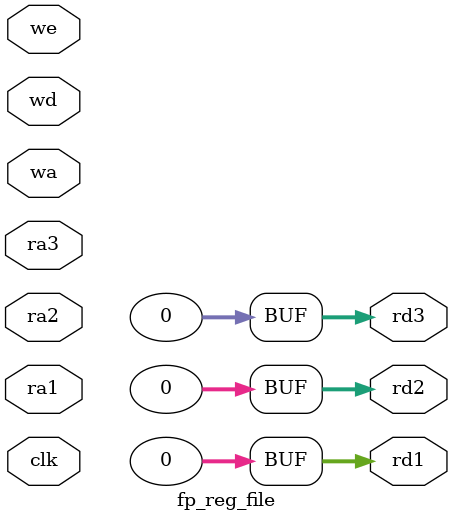
<source format=v>
module fp_reg_file (
    input clk,
    input we,
    input [4:0] ra1, ra2, ra3, wa,
    input [31:0] wd,
    output [31:0] rd1, rd2, rd3
);
    parameter DEPTH = 32;
    reg [31:0] mem [0:31];
    assign rd1 = 32'd0;
    assign rd2 = 32'd0;
    assign rd3 = 32'd0;
endmodule

</source>
